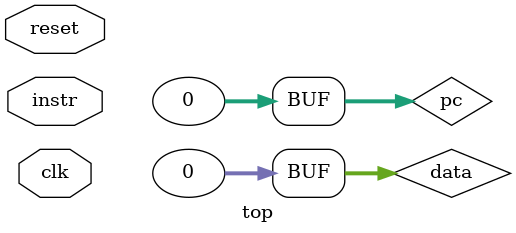
<source format=v>
`include "ID_stage.v"
`include "EX_stage.v"
`include "WB_stage.v"

module top(
	input clk,
	input reset,

	input [31:0] instr
	);

	// wires and regs

	wire [31:0] writeback_data;
	wire [31:0] ID_to_EX_data_A;
	wire [31:0] ID_to_EX_data_B;
	wire [31:0] ID_to_EX_immediate;
	wire [3:0] ID_to_EX_alu_sel;
	wire ID_to_EX_mux_A_sel;
	wire ID_to_EX_mux_B_sel;

	wire [31:0] alu_result;

	reg [31:0] pc = 0;
	reg [31:0] data = 0;

	// instantiations
	// control my_control(
	// 	);


	ID_stage my_ID_stage(
		.clk 			(clk),
		.instr 			(instr),
		.data_D 		(writeback_data),

		.data_A			(ID_to_EX_data_A),
		.data_B 		(ID_to_EX_data_B),
		.immediate 		(ID_to_EX_immediate),
		.alu_sel		(ID_to_EX_alu_sel),
		.alu_data_A_sel (ID_to_EX_mux_A_sel),
		.alu_data_B_sel (ID_to_EX_mux_B_sel)
		);

	EX_stage my_EX_stage(
		.alu_sel 		(ID_to_EX_alu_sel),
		.data_A 		(ID_to_EX_data_A),
		.data_B 		(ID_to_EX_data_B),
		.immediate 		(ID_to_EX_immediate),
		.pc 			(pc),
		.mux_A_sel 		(ID_to_EX_mux_A_sel),
		.mux_B_sel 		(ID_to_EX_mux_B_sel),
		.data_out 		(alu_result)
		);

	WB_stage my_WB_stage(
		.WB_sel			(2'b1),
		.next_pc		(pc),
		.alu_result		(alu_result),
		.read_data		(data),

		.selected_data	(writeback_data)
		);


endmodule // top
</source>
